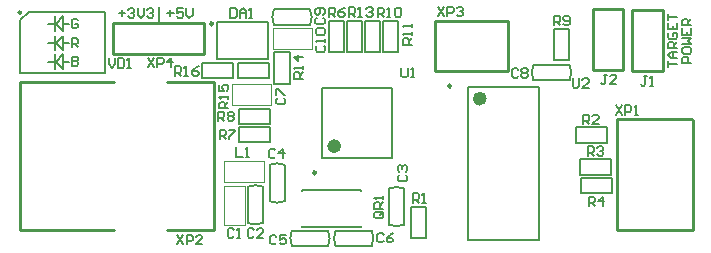
<source format=gto>
G04 Layer_Color=65535*
%FSLAX24Y24*%
%MOIN*%
G70*
G01*
G75*
%ADD41C,0.0236*%
%ADD42C,0.0098*%
%ADD43C,0.0070*%
%ADD44C,0.0100*%
%ADD45C,0.0079*%
%ADD46C,0.0039*%
%ADD47C,0.0071*%
D41*
X38268Y32333D02*
G03*
X38268Y32333I-118J0D01*
G01*
X33415Y30748D02*
G03*
X33415Y30748I-118J0D01*
G01*
D42*
X37195Y32752D02*
G03*
X37195Y32752I-49J0D01*
G01*
X32687Y29862D02*
G03*
X32687Y29862I-49J0D01*
G01*
X29256Y34830D02*
G03*
X29256Y34830I-49J0D01*
G01*
D43*
X41144Y32943D02*
G03*
X41145Y33454I-608J256D01*
G01*
X39937D02*
G03*
X39938Y32943I609J-255D01*
G01*
X35630Y29333D02*
G03*
X35119Y29334I-256J-608D01*
G01*
Y28126D02*
G03*
X35630Y28127I255J609D01*
G01*
X33093Y27421D02*
G03*
X33094Y27932I-608J256D01*
G01*
X31886D02*
G03*
X31886Y27421I609J-255D01*
G01*
X33344Y27932D02*
G03*
X33343Y27422I608J-256D01*
G01*
X34551D02*
G03*
X34551Y27932I-609J255D01*
G01*
X31653Y30121D02*
G03*
X31143Y30121I-256J-608D01*
G01*
Y28913D02*
G03*
X31653Y28914I255J609D01*
G01*
X31287Y35305D02*
G03*
X31286Y34795I608J-256D01*
G01*
X32494D02*
G03*
X32494Y35305I-609J255D01*
G01*
X30414Y28186D02*
G03*
X30924Y28186I256J608D01*
G01*
Y29394D02*
G03*
X30414Y29393I-255J-609D01*
G01*
X40620Y34646D02*
X41132D01*
X40620Y33602D02*
X41132D01*
X40620D02*
Y34646D01*
X41132Y33602D02*
Y34646D01*
X35846Y28730D02*
X36358D01*
X35846Y27687D02*
X36358D01*
X35846D02*
Y28730D01*
X36358Y27687D02*
Y28730D01*
X42392Y30856D02*
Y31368D01*
X41348Y30856D02*
Y31368D01*
X42392D01*
X41348Y30856D02*
X42392D01*
X41496Y29793D02*
Y30305D01*
X42539Y29793D02*
Y30305D01*
X41496Y29793D02*
X42539D01*
X41496Y30305D02*
X42539D01*
X41516Y29183D02*
Y29695D01*
X42559Y29183D02*
Y29695D01*
X41516Y29183D02*
X42559D01*
X41516Y29695D02*
X42559D01*
X39941Y33454D02*
X41141D01*
X39941Y32943D02*
X41142D01*
X34921Y34911D02*
X35433D01*
X34921Y33868D02*
X35433D01*
X34921D02*
Y34911D01*
X35433Y33868D02*
Y34911D01*
X28888Y33022D02*
Y33533D01*
X29931Y33022D02*
Y33533D01*
X28888Y33022D02*
X29931D01*
X28888Y33533D02*
X29931D01*
X34321Y34911D02*
X34833D01*
X34321Y33868D02*
X34833D01*
X34321D02*
Y34911D01*
X34833Y33868D02*
Y34911D01*
X33720D02*
X34232D01*
X33720Y33868D02*
X34232D01*
X33720D02*
Y34911D01*
X34232Y33868D02*
Y34911D01*
X33120Y33868D02*
X33632D01*
X33120Y34911D02*
X33632D01*
Y33868D02*
Y34911D01*
X33120Y33868D02*
Y34911D01*
X35119Y28130D02*
Y29330D01*
X35630Y28130D02*
Y29331D01*
X31890Y27932D02*
X33090D01*
X31890Y27421D02*
X33091D01*
X33347D02*
X34547D01*
X33346Y27932D02*
X34547D01*
X31143Y28917D02*
Y30117D01*
X31654Y28917D02*
Y30118D01*
X30118Y31486D02*
Y31998D01*
X31161Y31486D02*
Y31998D01*
X30118Y31486D02*
X31161D01*
X30118Y31998D02*
X31161D01*
X30118Y30876D02*
Y31388D01*
X31161Y30876D02*
Y31388D01*
X30118Y30876D02*
X31161D01*
X30118Y31388D02*
X31161D01*
X30079Y33002D02*
Y33514D01*
X31122Y33002D02*
Y33514D01*
X30079Y33002D02*
X31122D01*
X30079Y33514D02*
X31122D01*
X31299Y32825D02*
X31811D01*
X31299Y33868D02*
X31811D01*
Y32825D02*
Y33868D01*
X31299Y32825D02*
Y33868D01*
X31290Y34794D02*
X32490D01*
X31289Y35305D02*
X32490D01*
X30924Y28190D02*
Y29390D01*
X30413Y28189D02*
Y29390D01*
D44*
X22857Y35207D02*
G03*
X22857Y35207I-42J0D01*
G01*
X42738Y30049D02*
X42740Y31626D01*
X45260Y27965D02*
Y31626D01*
X42738Y31649D02*
X45238D01*
X42738Y27949D02*
X45238D01*
X42738D02*
X42740Y30091D01*
X43218Y33248D02*
X44242D01*
X43218Y35295D02*
X44242D01*
Y33248D02*
Y35295D01*
X43218Y33248D02*
Y35295D01*
X41909Y33278D02*
X42933D01*
X41909Y35325D02*
X42933D01*
Y33278D02*
Y35325D01*
X41909Y33278D02*
Y35325D01*
X36654Y33258D02*
X39094D01*
Y34911D01*
X36654D02*
X39094D01*
X36654Y33258D02*
Y34911D01*
X28963Y33819D02*
Y34843D01*
X25931Y33819D02*
Y34843D01*
X28963D01*
X25931Y33819D02*
X28963D01*
X27730Y27951D02*
X29305D01*
X27730Y32872D02*
X29305D01*
X22813Y27951D02*
Y32872D01*
X29305Y27951D02*
Y32872D01*
X22813Y27951D02*
X25963D01*
X22813Y32872D02*
X25963D01*
D45*
X27461Y34843D02*
Y35394D01*
X37756Y27608D02*
X40118D01*
X37756Y32726D02*
X40118D01*
Y27608D02*
Y32726D01*
X37756Y27608D02*
Y32726D01*
X34203Y28041D02*
Y28081D01*
X32234Y28041D02*
X34203D01*
X32234D02*
Y28081D01*
X34203Y29262D02*
Y29301D01*
X32234D02*
X34203D01*
X32234Y29262D02*
Y29301D01*
X35226Y30354D02*
Y32677D01*
X32904Y30354D02*
Y32677D01*
X35226D01*
X32904Y30354D02*
X35226D01*
X24272Y33553D02*
X24469D01*
X24272Y34183D02*
X24469D01*
X24272Y33317D02*
Y33809D01*
X24026Y33563D02*
X24272Y33317D01*
X24026Y33563D02*
X24272Y33809D01*
X23986Y33317D02*
Y33809D01*
X23770Y33563D02*
X24026D01*
X24272Y33937D02*
Y34429D01*
X24026Y34183D02*
X24272Y33937D01*
X24026Y34183D02*
X24272Y34429D01*
X23986Y33937D02*
Y34429D01*
X23770Y34183D02*
X24026D01*
X23760Y34823D02*
X24016D01*
X23976Y34577D02*
Y35069D01*
X24016Y34823D02*
X24262Y35069D01*
X24016Y34823D02*
X24262Y34577D01*
Y35069D01*
Y34823D02*
X24459D01*
X23110Y35226D02*
X24321D01*
X22825Y34941D02*
X23110Y35226D01*
X22825Y33189D02*
Y34941D01*
Y33189D02*
X25650D01*
Y35226D01*
X24321D02*
X25650D01*
X44419Y33376D02*
Y33586D01*
Y33481D01*
X44734D01*
Y33691D02*
X44524D01*
X44419Y33796D01*
X44524Y33901D01*
X44734D01*
X44577D01*
Y33691D01*
X44734Y34006D02*
X44419D01*
Y34163D01*
X44472Y34216D01*
X44577D01*
X44629Y34163D01*
Y34006D01*
Y34111D02*
X44734Y34216D01*
X44472Y34530D02*
X44419Y34478D01*
Y34373D01*
X44472Y34321D01*
X44682D01*
X44734Y34373D01*
Y34478D01*
X44682Y34530D01*
X44577D01*
Y34426D01*
X44419Y34845D02*
Y34635D01*
X44734D01*
Y34845D01*
X44577Y34635D02*
Y34740D01*
X44419Y34950D02*
Y35160D01*
Y35055D01*
X44734D01*
X45207Y33514D02*
X44892D01*
Y33671D01*
X44944Y33724D01*
X45049D01*
X45102Y33671D01*
Y33514D01*
X44892Y33986D02*
Y33881D01*
X44944Y33829D01*
X45154D01*
X45207Y33881D01*
Y33986D01*
X45154Y34039D01*
X44944D01*
X44892Y33986D01*
Y34144D02*
X45207D01*
X45102Y34248D01*
X45207Y34353D01*
X44892D01*
Y34668D02*
Y34458D01*
X45207D01*
Y34668D01*
X45049Y34458D02*
Y34563D01*
X45207Y34773D02*
X44892D01*
Y34931D01*
X44944Y34983D01*
X45049D01*
X45102Y34931D01*
Y34773D01*
Y34878D02*
X45207Y34983D01*
X27736Y35177D02*
X27946D01*
X27841Y35282D02*
Y35072D01*
X28261Y35335D02*
X28051D01*
Y35177D01*
X28156Y35230D01*
X28209D01*
X28261Y35177D01*
Y35072D01*
X28209Y35020D01*
X28104D01*
X28051Y35072D01*
X28366Y35335D02*
Y35125D01*
X28471Y35020D01*
X28576Y35125D01*
Y35335D01*
X26112Y35177D02*
X26322D01*
X26217Y35282D02*
Y35072D01*
X26427Y35282D02*
X26480Y35335D01*
X26584D01*
X26637Y35282D01*
Y35230D01*
X26584Y35177D01*
X26532D01*
X26584D01*
X26637Y35125D01*
Y35072D01*
X26584Y35020D01*
X26480D01*
X26427Y35072D01*
X26742Y35335D02*
Y35125D01*
X26847Y35020D01*
X26952Y35125D01*
Y35335D01*
X27057Y35282D02*
X27109Y35335D01*
X27214D01*
X27267Y35282D01*
Y35230D01*
X27214Y35177D01*
X27162D01*
X27214D01*
X27267Y35125D01*
Y35072D01*
X27214Y35020D01*
X27109D01*
X27057Y35072D01*
X40620Y34774D02*
Y35088D01*
X40778D01*
X40830Y35036D01*
Y34931D01*
X40778Y34879D01*
X40620D01*
X40725D02*
X40830Y34774D01*
X40935Y34826D02*
X40987Y34774D01*
X41092D01*
X41145Y34826D01*
Y35036D01*
X41092Y35088D01*
X40987D01*
X40935Y35036D01*
Y34984D01*
X40987Y34931D01*
X41145D01*
X35925Y28858D02*
Y29173D01*
X36083D01*
X36135Y29121D01*
Y29016D01*
X36083Y28963D01*
X35925D01*
X36030D02*
X36135Y28858D01*
X36240D02*
X36345D01*
X36293D01*
Y29173D01*
X36240Y29121D01*
X41585Y31476D02*
Y31791D01*
X41742D01*
X41795Y31739D01*
Y31634D01*
X41742Y31581D01*
X41585D01*
X41690D02*
X41795Y31476D01*
X42109D02*
X41899D01*
X42109Y31686D01*
Y31739D01*
X42057Y31791D01*
X41952D01*
X41899Y31739D01*
X41742Y30423D02*
Y30738D01*
X41900D01*
X41952Y30686D01*
Y30581D01*
X41900Y30528D01*
X41742D01*
X41847D02*
X41952Y30423D01*
X42057Y30686D02*
X42109Y30738D01*
X42214D01*
X42267Y30686D01*
Y30633D01*
X42214Y30581D01*
X42162D01*
X42214D01*
X42267Y30528D01*
Y30476D01*
X42214Y30423D01*
X42109D01*
X42057Y30476D01*
X41782Y28750D02*
Y29065D01*
X41939D01*
X41991Y29012D01*
Y28907D01*
X41939Y28855D01*
X41782D01*
X41886D02*
X41991Y28750D01*
X42254D02*
Y29065D01*
X42096Y28907D01*
X42306D01*
X42681Y32102D02*
X42891Y31787D01*
Y32102D02*
X42681Y31787D01*
X42996D02*
Y32102D01*
X43153D01*
X43206Y32050D01*
Y31945D01*
X43153Y31892D01*
X42996D01*
X43311Y31787D02*
X43416D01*
X43363D01*
Y32102D01*
X43311Y32050D01*
X43724Y33081D02*
X43619D01*
X43671D01*
Y32818D01*
X43619Y32766D01*
X43566D01*
X43514Y32818D01*
X43829Y32766D02*
X43934D01*
X43881D01*
Y33081D01*
X43829Y33028D01*
X42385Y33126D02*
X42280D01*
X42333D01*
Y32864D01*
X42280Y32811D01*
X42228D01*
X42175Y32864D01*
X42700Y32811D02*
X42490D01*
X42700Y33021D01*
Y33073D01*
X42647Y33126D01*
X42543D01*
X42490Y33073D01*
X36752Y35394D02*
X36962Y35079D01*
Y35394D02*
X36752Y35079D01*
X37067D02*
Y35394D01*
X37224D01*
X37277Y35341D01*
Y35236D01*
X37224Y35184D01*
X37067D01*
X37382Y35341D02*
X37434Y35394D01*
X37539D01*
X37592Y35341D01*
Y35289D01*
X37539Y35236D01*
X37487D01*
X37539D01*
X37592Y35184D01*
Y35131D01*
X37539Y35079D01*
X37434D01*
X37382Y35131D01*
X41250Y33002D02*
Y32739D01*
X41302Y32687D01*
X41407D01*
X41460Y32739D01*
Y33002D01*
X41775Y32687D02*
X41565D01*
X41775Y32897D01*
Y32949D01*
X41722Y33002D01*
X41617D01*
X41565Y32949D01*
X39432Y33294D02*
X39380Y33346D01*
X39275D01*
X39222Y33294D01*
Y33084D01*
X39275Y33031D01*
X39380D01*
X39432Y33084D01*
X39537Y33294D02*
X39590Y33346D01*
X39695D01*
X39747Y33294D01*
Y33241D01*
X39695Y33189D01*
X39747Y33136D01*
Y33084D01*
X39695Y33031D01*
X39590D01*
X39537Y33084D01*
Y33136D01*
X39590Y33189D01*
X39537Y33241D01*
Y33294D01*
X39590Y33189D02*
X39695D01*
X35896Y34134D02*
X35581D01*
Y34291D01*
X35633Y34344D01*
X35738D01*
X35791Y34291D01*
Y34134D01*
Y34239D02*
X35896Y34344D01*
Y34449D02*
Y34554D01*
Y34501D01*
X35581D01*
X35633Y34449D01*
X35896Y34711D02*
Y34816D01*
Y34764D01*
X35581D01*
X35633Y34711D01*
X27992Y33091D02*
Y33405D01*
X28150D01*
X28202Y33353D01*
Y33248D01*
X28150Y33196D01*
X27992D01*
X28097D02*
X28202Y33091D01*
X28307D02*
X28412D01*
X28359D01*
Y33405D01*
X28307Y33353D01*
X28779Y33405D02*
X28674Y33353D01*
X28569Y33248D01*
Y33143D01*
X28622Y33091D01*
X28727D01*
X28779Y33143D01*
Y33196D01*
X28727Y33248D01*
X28569D01*
X34744Y35049D02*
Y35364D01*
X34902D01*
X34954Y35312D01*
Y35207D01*
X34902Y35154D01*
X34744D01*
X34849D02*
X34954Y35049D01*
X35059D02*
X35164D01*
X35111D01*
Y35364D01*
X35059Y35312D01*
X35321D02*
X35374Y35364D01*
X35479D01*
X35531Y35312D01*
Y35102D01*
X35479Y35049D01*
X35374D01*
X35321Y35102D01*
Y35312D01*
X33789Y35059D02*
Y35374D01*
X33947D01*
X33999Y35321D01*
Y35216D01*
X33947Y35164D01*
X33789D01*
X33894D02*
X33999Y35059D01*
X34104D02*
X34209D01*
X34157D01*
Y35374D01*
X34104Y35321D01*
X34367D02*
X34419Y35374D01*
X34524D01*
X34577Y35321D01*
Y35269D01*
X34524Y35216D01*
X34472D01*
X34524D01*
X34577Y35164D01*
Y35112D01*
X34524Y35059D01*
X34419D01*
X34367Y35112D01*
X33120Y35049D02*
Y35364D01*
X33278D01*
X33330Y35312D01*
Y35207D01*
X33278Y35154D01*
X33120D01*
X33225D02*
X33330Y35049D01*
X33645Y35364D02*
X33540Y35312D01*
X33435Y35207D01*
Y35102D01*
X33487Y35049D01*
X33592D01*
X33645Y35102D01*
Y35154D01*
X33592Y35207D01*
X33435D01*
X35466Y29787D02*
X35413Y29734D01*
Y29629D01*
X35466Y29577D01*
X35676D01*
X35728Y29629D01*
Y29734D01*
X35676Y29787D01*
X35466Y29892D02*
X35413Y29944D01*
Y30049D01*
X35466Y30102D01*
X35518D01*
X35571Y30049D01*
Y29997D01*
Y30049D01*
X35623Y30102D01*
X35676D01*
X35728Y30049D01*
Y29944D01*
X35676Y29892D01*
X31371Y27733D02*
X31319Y27785D01*
X31214D01*
X31161Y27733D01*
Y27523D01*
X31214Y27470D01*
X31319D01*
X31371Y27523D01*
X31686Y27785D02*
X31476D01*
Y27628D01*
X31581Y27680D01*
X31634D01*
X31686Y27628D01*
Y27523D01*
X31634Y27470D01*
X31529D01*
X31476Y27523D01*
X34944Y27801D02*
X34892Y27853D01*
X34787D01*
X34734Y27801D01*
Y27591D01*
X34787Y27538D01*
X34892D01*
X34944Y27591D01*
X35259Y27853D02*
X35154Y27801D01*
X35049Y27696D01*
Y27591D01*
X35102Y27538D01*
X35207D01*
X35259Y27591D01*
Y27643D01*
X35207Y27696D01*
X35049D01*
X34888Y28556D02*
X34679D01*
X34626Y28504D01*
Y28399D01*
X34679Y28346D01*
X34888D01*
X34941Y28399D01*
Y28504D01*
X34836Y28451D02*
X34941Y28556D01*
Y28504D02*
X34888Y28556D01*
X34941Y28661D02*
X34626D01*
Y28819D01*
X34679Y28871D01*
X34784D01*
X34836Y28819D01*
Y28661D01*
Y28766D02*
X34941Y28871D01*
Y28976D02*
Y29081D01*
Y29029D01*
X34626D01*
X34679Y28976D01*
X35541Y33356D02*
Y33094D01*
X35594Y33041D01*
X35699D01*
X35751Y33094D01*
Y33356D01*
X35856Y33041D02*
X35961D01*
X35909D01*
Y33356D01*
X35856Y33304D01*
X31332Y30607D02*
X31279Y30659D01*
X31175D01*
X31122Y30607D01*
Y30397D01*
X31175Y30344D01*
X31279D01*
X31332Y30397D01*
X31594Y30344D02*
Y30659D01*
X31437Y30502D01*
X31647D01*
X31411Y32346D02*
X31358Y32293D01*
Y32188D01*
X31411Y32136D01*
X31621D01*
X31673Y32188D01*
Y32293D01*
X31621Y32346D01*
X31358Y32451D02*
Y32661D01*
X31411D01*
X31621Y32451D01*
X31673D01*
X29429Y31585D02*
Y31899D01*
X29587D01*
X29639Y31847D01*
Y31742D01*
X29587Y31690D01*
X29429D01*
X29534D02*
X29639Y31585D01*
X29744Y31847D02*
X29796Y31899D01*
X29901D01*
X29954Y31847D01*
Y31795D01*
X29901Y31742D01*
X29954Y31690D01*
Y31637D01*
X29901Y31585D01*
X29796D01*
X29744Y31637D01*
Y31690D01*
X29796Y31742D01*
X29744Y31795D01*
Y31847D01*
X29796Y31742D02*
X29901D01*
X29478Y30984D02*
Y31299D01*
X29636D01*
X29688Y31247D01*
Y31142D01*
X29636Y31089D01*
X29478D01*
X29583D02*
X29688Y30984D01*
X29793Y31299D02*
X30003D01*
Y31247D01*
X29793Y31037D01*
Y30984D01*
X29774Y32008D02*
X29459D01*
Y32165D01*
X29511Y32218D01*
X29616D01*
X29669Y32165D01*
Y32008D01*
Y32113D02*
X29774Y32218D01*
Y32323D02*
Y32428D01*
Y32375D01*
X29459D01*
X29511Y32323D01*
X29459Y32795D02*
Y32585D01*
X29616D01*
X29564Y32690D01*
Y32743D01*
X29616Y32795D01*
X29721D01*
X29774Y32743D01*
Y32638D01*
X29721Y32585D01*
X32264Y32992D02*
X31949D01*
Y33150D01*
X32001Y33202D01*
X32106D01*
X32159Y33150D01*
Y32992D01*
Y33097D02*
X32264Y33202D01*
Y33307D02*
Y33412D01*
Y33359D01*
X31949D01*
X32001Y33307D01*
X32264Y33727D02*
X31949D01*
X32106Y33569D01*
Y33779D01*
X32720Y35023D02*
X32667Y34970D01*
Y34865D01*
X32720Y34813D01*
X32930D01*
X32982Y34865D01*
Y34970D01*
X32930Y35023D01*
Y35128D02*
X32982Y35180D01*
Y35285D01*
X32930Y35338D01*
X32720D01*
X32667Y35285D01*
Y35180D01*
X32720Y35128D01*
X32772D01*
X32825Y35180D01*
Y35338D01*
X32740Y34098D02*
X32687Y34045D01*
Y33940D01*
X32740Y33888D01*
X32949D01*
X33002Y33940D01*
Y34045D01*
X32949Y34098D01*
X33002Y34203D02*
Y34308D01*
Y34255D01*
X32687D01*
X32740Y34203D01*
Y34465D02*
X32687Y34518D01*
Y34622D01*
X32740Y34675D01*
X32949D01*
X33002Y34622D01*
Y34518D01*
X32949Y34465D01*
X32740D01*
X29833Y35344D02*
Y35030D01*
X29990D01*
X30043Y35082D01*
Y35292D01*
X29990Y35344D01*
X29833D01*
X30148Y35030D02*
Y35239D01*
X30252Y35344D01*
X30357Y35239D01*
Y35030D01*
Y35187D01*
X30148D01*
X30462Y35030D02*
X30567D01*
X30515D01*
Y35344D01*
X30462Y35292D01*
X30623Y27949D02*
X30571Y28002D01*
X30466D01*
X30413Y27949D01*
Y27739D01*
X30466Y27687D01*
X30571D01*
X30623Y27739D01*
X30938Y27687D02*
X30728D01*
X30938Y27897D01*
Y27949D01*
X30886Y28002D01*
X30781D01*
X30728Y27949D01*
X29954Y27959D02*
X29902Y28012D01*
X29797D01*
X29744Y27959D01*
Y27749D01*
X29797Y27697D01*
X29902D01*
X29954Y27749D01*
X30059Y27697D02*
X30164D01*
X30111D01*
Y28012D01*
X30059Y27959D01*
X30039Y30709D02*
Y30394D01*
X30249D01*
X30354D02*
X30459D01*
X30407D01*
Y30709D01*
X30354Y30656D01*
X25778Y33681D02*
Y33471D01*
X25883Y33366D01*
X25987Y33471D01*
Y33681D01*
X26092D02*
Y33366D01*
X26250D01*
X26302Y33419D01*
Y33629D01*
X26250Y33681D01*
X26092D01*
X26407Y33366D02*
X26512D01*
X26460D01*
Y33681D01*
X26407Y33629D01*
X24557Y33730D02*
Y33415D01*
X24715D01*
X24767Y33468D01*
Y33520D01*
X24715Y33573D01*
X24557D01*
X24715D01*
X24767Y33625D01*
Y33678D01*
X24715Y33730D01*
X24557D01*
X24757Y34938D02*
X24705Y34990D01*
X24600D01*
X24547Y34938D01*
Y34728D01*
X24600Y34675D01*
X24705D01*
X24757Y34728D01*
Y34833D01*
X24652D01*
X24547Y34035D02*
Y34350D01*
X24705D01*
X24757Y34298D01*
Y34193D01*
X24705Y34140D01*
X24547D01*
X24652D02*
X24757Y34035D01*
X27087Y33701D02*
X27297Y33386D01*
Y33701D02*
X27087Y33386D01*
X27401D02*
Y33701D01*
X27559D01*
X27611Y33648D01*
Y33543D01*
X27559Y33491D01*
X27401D01*
X27874Y33386D02*
Y33701D01*
X27716Y33543D01*
X27926D01*
X28061Y27785D02*
X28271Y27470D01*
Y27785D02*
X28061Y27470D01*
X28376D02*
Y27785D01*
X28533D01*
X28586Y27733D01*
Y27628D01*
X28533Y27575D01*
X28376D01*
X28901Y27470D02*
X28691D01*
X28901Y27680D01*
Y27733D01*
X28848Y27785D01*
X28743D01*
X28691Y27733D01*
D46*
X29892Y32116D02*
X31191D01*
X29892Y32825D02*
X31191D01*
Y32116D02*
Y32825D01*
X29892Y32116D02*
Y32825D01*
X31260Y34695D02*
X32559D01*
X31260Y33986D02*
X32559D01*
X31260D02*
Y34695D01*
X32559Y33986D02*
Y34695D01*
X30325Y28120D02*
Y29419D01*
X29616Y28120D02*
Y29419D01*
X30325D01*
X29616Y28120D02*
X30325D01*
X29638Y30262D02*
X30953D01*
X29638Y29561D02*
X30953D01*
Y30262D01*
X29638Y29561D02*
Y30262D01*
D47*
X29390Y33663D02*
X31083D01*
X29390Y34880D02*
X31083D01*
X31086Y33672D02*
Y34872D01*
X29386Y33672D02*
Y34872D01*
M02*

</source>
